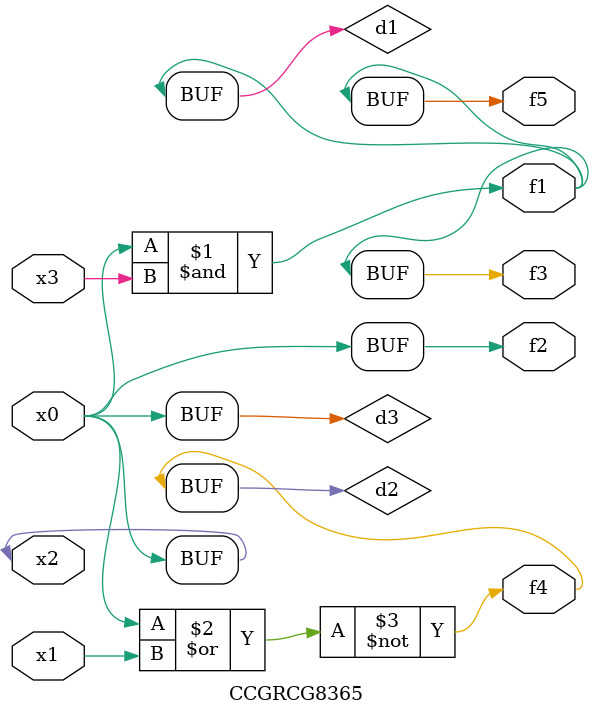
<source format=v>
module CCGRCG8365(
	input x0, x1, x2, x3,
	output f1, f2, f3, f4, f5
);

	wire d1, d2, d3;

	and (d1, x2, x3);
	nor (d2, x0, x1);
	buf (d3, x0, x2);
	assign f1 = d1;
	assign f2 = d3;
	assign f3 = d1;
	assign f4 = d2;
	assign f5 = d1;
endmodule

</source>
